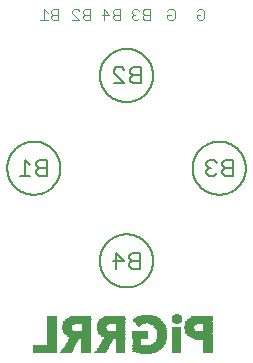
<source format=gbr>
G04 EAGLE Gerber RS-274X export*
G75*
%MOMM*%
%FSLAX34Y34*%
%LPD*%
%INSilkscreen Bottom*%
%IPPOS*%
%AMOC8*
5,1,8,0,0,1.08239X$1,22.5*%
G01*
%ADD10C,0.076200*%
%ADD11C,0.200000*%
%ADD12R,1.016000X0.050800*%
%ADD13R,2.032000X0.050800*%
%ADD14R,0.914400X0.050800*%
%ADD15R,0.762000X0.050800*%
%ADD16R,0.965200X0.050800*%
%ADD17R,1.422400X0.050800*%
%ADD18R,0.812800X0.050800*%
%ADD19R,1.727200X0.050800*%
%ADD20R,1.930400X0.050800*%
%ADD21R,2.184400X0.050800*%
%ADD22R,2.235200X0.050800*%
%ADD23R,2.387600X0.050800*%
%ADD24R,2.438400X0.050800*%
%ADD25R,2.489200X0.050800*%
%ADD26R,2.540000X0.050800*%
%ADD27R,2.590800X0.050800*%
%ADD28R,2.641600X0.050800*%
%ADD29R,0.863600X0.050800*%
%ADD30R,1.168400X0.050800*%
%ADD31R,0.711200X0.050800*%
%ADD32R,1.117600X0.050800*%
%ADD33R,1.473200X0.050800*%
%ADD34R,1.879600X0.050800*%
%ADD35R,1.828800X0.050800*%
%ADD36R,1.320800X0.050800*%
%ADD37R,1.778000X0.050800*%
%ADD38R,2.082800X0.050800*%
%ADD39R,2.133600X0.050800*%
%ADD40R,2.286000X0.050800*%
%ADD41R,2.336800X0.050800*%
%ADD42R,1.371600X0.050800*%
%ADD43R,1.066800X0.050800*%
%ADD44R,0.101600X0.050800*%
%ADD45R,0.203200X0.050800*%
%ADD46R,0.304800X0.050800*%
%ADD47R,0.406400X0.050800*%
%ADD48R,0.558800X0.050800*%
%ADD49R,0.355600X0.050800*%
%ADD50R,0.660400X0.050800*%
%ADD51R,1.981200X0.050800*%
%ADD52R,1.625600X0.050800*%
%ADD53R,1.574800X0.050800*%
%ADD54R,1.524000X0.050800*%
%ADD55C,0.152400*%


D10*
X177551Y358086D02*
X179092Y359627D01*
X182174Y359627D01*
X183715Y358086D01*
X183715Y351922D01*
X182174Y350381D01*
X179092Y350381D01*
X177551Y351922D01*
X177551Y355004D01*
X180633Y355004D01*
X112319Y350381D02*
X112319Y359627D01*
X107696Y359627D01*
X106155Y358086D01*
X106155Y356545D01*
X107696Y355004D01*
X106155Y353463D01*
X106155Y351922D01*
X107696Y350381D01*
X112319Y350381D01*
X112319Y355004D02*
X107696Y355004D01*
X103111Y350381D02*
X96947Y350381D01*
X103111Y350381D02*
X96947Y356545D01*
X96947Y358086D01*
X98488Y359627D01*
X101570Y359627D01*
X103111Y358086D01*
X137811Y359627D02*
X137811Y350381D01*
X137811Y359627D02*
X133188Y359627D01*
X131647Y358086D01*
X131647Y356545D01*
X133188Y355004D01*
X131647Y353463D01*
X131647Y351922D01*
X133188Y350381D01*
X137811Y350381D01*
X137811Y355004D02*
X133188Y355004D01*
X123980Y350381D02*
X123980Y359627D01*
X128603Y355004D01*
X122439Y355004D01*
X162811Y350381D02*
X162811Y359627D01*
X158188Y359627D01*
X156647Y358086D01*
X156647Y356545D01*
X158188Y355004D01*
X156647Y353463D01*
X156647Y351922D01*
X158188Y350381D01*
X162811Y350381D01*
X162811Y355004D02*
X158188Y355004D01*
X153603Y358086D02*
X152062Y359627D01*
X148980Y359627D01*
X147439Y358086D01*
X147439Y356545D01*
X148980Y355004D01*
X150521Y355004D01*
X148980Y355004D02*
X147439Y353463D01*
X147439Y351922D01*
X148980Y350381D01*
X152062Y350381D01*
X153603Y351922D01*
X202535Y358086D02*
X204076Y359627D01*
X207158Y359627D01*
X208699Y358086D01*
X208699Y351922D01*
X207158Y350381D01*
X204076Y350381D01*
X202535Y351922D01*
X202535Y355004D01*
X205617Y355004D01*
D11*
X42000Y225000D02*
X42007Y225552D01*
X42027Y226104D01*
X42061Y226655D01*
X42108Y227205D01*
X42169Y227754D01*
X42244Y228301D01*
X42331Y228847D01*
X42432Y229390D01*
X42547Y229930D01*
X42674Y230467D01*
X42815Y231001D01*
X42969Y231531D01*
X43136Y232058D01*
X43315Y232580D01*
X43508Y233098D01*
X43713Y233610D01*
X43930Y234118D01*
X44160Y234620D01*
X44402Y235116D01*
X44657Y235606D01*
X44923Y236090D01*
X45201Y236567D01*
X45491Y237037D01*
X45792Y237500D01*
X46104Y237956D01*
X46428Y238403D01*
X46762Y238843D01*
X47107Y239274D01*
X47463Y239696D01*
X47829Y240110D01*
X48204Y240515D01*
X48590Y240910D01*
X48985Y241296D01*
X49390Y241671D01*
X49804Y242037D01*
X50226Y242393D01*
X50657Y242738D01*
X51097Y243072D01*
X51544Y243396D01*
X52000Y243708D01*
X52463Y244009D01*
X52933Y244299D01*
X53410Y244577D01*
X53894Y244843D01*
X54384Y245098D01*
X54880Y245340D01*
X55382Y245570D01*
X55890Y245787D01*
X56402Y245992D01*
X56920Y246185D01*
X57442Y246364D01*
X57969Y246531D01*
X58499Y246685D01*
X59033Y246826D01*
X59570Y246953D01*
X60110Y247068D01*
X60653Y247169D01*
X61199Y247256D01*
X61746Y247331D01*
X62295Y247392D01*
X62845Y247439D01*
X63396Y247473D01*
X63948Y247493D01*
X64500Y247500D01*
X65052Y247493D01*
X65604Y247473D01*
X66155Y247439D01*
X66705Y247392D01*
X67254Y247331D01*
X67801Y247256D01*
X68347Y247169D01*
X68890Y247068D01*
X69430Y246953D01*
X69967Y246826D01*
X70501Y246685D01*
X71031Y246531D01*
X71558Y246364D01*
X72080Y246185D01*
X72598Y245992D01*
X73110Y245787D01*
X73618Y245570D01*
X74120Y245340D01*
X74616Y245098D01*
X75106Y244843D01*
X75590Y244577D01*
X76067Y244299D01*
X76537Y244009D01*
X77000Y243708D01*
X77456Y243396D01*
X77903Y243072D01*
X78343Y242738D01*
X78774Y242393D01*
X79196Y242037D01*
X79610Y241671D01*
X80015Y241296D01*
X80410Y240910D01*
X80796Y240515D01*
X81171Y240110D01*
X81537Y239696D01*
X81893Y239274D01*
X82238Y238843D01*
X82572Y238403D01*
X82896Y237956D01*
X83208Y237500D01*
X83509Y237037D01*
X83799Y236567D01*
X84077Y236090D01*
X84343Y235606D01*
X84598Y235116D01*
X84840Y234620D01*
X85070Y234118D01*
X85287Y233610D01*
X85492Y233098D01*
X85685Y232580D01*
X85864Y232058D01*
X86031Y231531D01*
X86185Y231001D01*
X86326Y230467D01*
X86453Y229930D01*
X86568Y229390D01*
X86669Y228847D01*
X86756Y228301D01*
X86831Y227754D01*
X86892Y227205D01*
X86939Y226655D01*
X86973Y226104D01*
X86993Y225552D01*
X87000Y225000D01*
X86993Y224448D01*
X86973Y223896D01*
X86939Y223345D01*
X86892Y222795D01*
X86831Y222246D01*
X86756Y221699D01*
X86669Y221153D01*
X86568Y220610D01*
X86453Y220070D01*
X86326Y219533D01*
X86185Y218999D01*
X86031Y218469D01*
X85864Y217942D01*
X85685Y217420D01*
X85492Y216902D01*
X85287Y216390D01*
X85070Y215882D01*
X84840Y215380D01*
X84598Y214884D01*
X84343Y214394D01*
X84077Y213910D01*
X83799Y213433D01*
X83509Y212963D01*
X83208Y212500D01*
X82896Y212044D01*
X82572Y211597D01*
X82238Y211157D01*
X81893Y210726D01*
X81537Y210304D01*
X81171Y209890D01*
X80796Y209485D01*
X80410Y209090D01*
X80015Y208704D01*
X79610Y208329D01*
X79196Y207963D01*
X78774Y207607D01*
X78343Y207262D01*
X77903Y206928D01*
X77456Y206604D01*
X77000Y206292D01*
X76537Y205991D01*
X76067Y205701D01*
X75590Y205423D01*
X75106Y205157D01*
X74616Y204902D01*
X74120Y204660D01*
X73618Y204430D01*
X73110Y204213D01*
X72598Y204008D01*
X72080Y203815D01*
X71558Y203636D01*
X71031Y203469D01*
X70501Y203315D01*
X69967Y203174D01*
X69430Y203047D01*
X68890Y202932D01*
X68347Y202831D01*
X67801Y202744D01*
X67254Y202669D01*
X66705Y202608D01*
X66155Y202561D01*
X65604Y202527D01*
X65052Y202507D01*
X64500Y202500D01*
X63948Y202507D01*
X63396Y202527D01*
X62845Y202561D01*
X62295Y202608D01*
X61746Y202669D01*
X61199Y202744D01*
X60653Y202831D01*
X60110Y202932D01*
X59570Y203047D01*
X59033Y203174D01*
X58499Y203315D01*
X57969Y203469D01*
X57442Y203636D01*
X56920Y203815D01*
X56402Y204008D01*
X55890Y204213D01*
X55382Y204430D01*
X54880Y204660D01*
X54384Y204902D01*
X53894Y205157D01*
X53410Y205423D01*
X52933Y205701D01*
X52463Y205991D01*
X52000Y206292D01*
X51544Y206604D01*
X51097Y206928D01*
X50657Y207262D01*
X50226Y207607D01*
X49804Y207963D01*
X49390Y208329D01*
X48985Y208704D01*
X48590Y209090D01*
X48204Y209485D01*
X47829Y209890D01*
X47463Y210304D01*
X47107Y210726D01*
X46762Y211157D01*
X46428Y211597D01*
X46104Y212044D01*
X45792Y212500D01*
X45491Y212963D01*
X45201Y213433D01*
X44923Y213910D01*
X44657Y214394D01*
X44402Y214884D01*
X44160Y215380D01*
X43930Y215882D01*
X43713Y216390D01*
X43508Y216902D01*
X43315Y217420D01*
X43136Y217942D01*
X42969Y218469D01*
X42815Y218999D01*
X42674Y219533D01*
X42547Y220070D01*
X42432Y220610D01*
X42331Y221153D01*
X42244Y221699D01*
X42169Y222246D01*
X42108Y222795D01*
X42061Y223345D01*
X42027Y223896D01*
X42007Y224448D01*
X42000Y225000D01*
X120500Y303500D02*
X120507Y304052D01*
X120527Y304604D01*
X120561Y305155D01*
X120608Y305705D01*
X120669Y306254D01*
X120744Y306801D01*
X120831Y307347D01*
X120932Y307890D01*
X121047Y308430D01*
X121174Y308967D01*
X121315Y309501D01*
X121469Y310031D01*
X121636Y310558D01*
X121815Y311080D01*
X122008Y311598D01*
X122213Y312110D01*
X122430Y312618D01*
X122660Y313120D01*
X122902Y313616D01*
X123157Y314106D01*
X123423Y314590D01*
X123701Y315067D01*
X123991Y315537D01*
X124292Y316000D01*
X124604Y316456D01*
X124928Y316903D01*
X125262Y317343D01*
X125607Y317774D01*
X125963Y318196D01*
X126329Y318610D01*
X126704Y319015D01*
X127090Y319410D01*
X127485Y319796D01*
X127890Y320171D01*
X128304Y320537D01*
X128726Y320893D01*
X129157Y321238D01*
X129597Y321572D01*
X130044Y321896D01*
X130500Y322208D01*
X130963Y322509D01*
X131433Y322799D01*
X131910Y323077D01*
X132394Y323343D01*
X132884Y323598D01*
X133380Y323840D01*
X133882Y324070D01*
X134390Y324287D01*
X134902Y324492D01*
X135420Y324685D01*
X135942Y324864D01*
X136469Y325031D01*
X136999Y325185D01*
X137533Y325326D01*
X138070Y325453D01*
X138610Y325568D01*
X139153Y325669D01*
X139699Y325756D01*
X140246Y325831D01*
X140795Y325892D01*
X141345Y325939D01*
X141896Y325973D01*
X142448Y325993D01*
X143000Y326000D01*
X143552Y325993D01*
X144104Y325973D01*
X144655Y325939D01*
X145205Y325892D01*
X145754Y325831D01*
X146301Y325756D01*
X146847Y325669D01*
X147390Y325568D01*
X147930Y325453D01*
X148467Y325326D01*
X149001Y325185D01*
X149531Y325031D01*
X150058Y324864D01*
X150580Y324685D01*
X151098Y324492D01*
X151610Y324287D01*
X152118Y324070D01*
X152620Y323840D01*
X153116Y323598D01*
X153606Y323343D01*
X154090Y323077D01*
X154567Y322799D01*
X155037Y322509D01*
X155500Y322208D01*
X155956Y321896D01*
X156403Y321572D01*
X156843Y321238D01*
X157274Y320893D01*
X157696Y320537D01*
X158110Y320171D01*
X158515Y319796D01*
X158910Y319410D01*
X159296Y319015D01*
X159671Y318610D01*
X160037Y318196D01*
X160393Y317774D01*
X160738Y317343D01*
X161072Y316903D01*
X161396Y316456D01*
X161708Y316000D01*
X162009Y315537D01*
X162299Y315067D01*
X162577Y314590D01*
X162843Y314106D01*
X163098Y313616D01*
X163340Y313120D01*
X163570Y312618D01*
X163787Y312110D01*
X163992Y311598D01*
X164185Y311080D01*
X164364Y310558D01*
X164531Y310031D01*
X164685Y309501D01*
X164826Y308967D01*
X164953Y308430D01*
X165068Y307890D01*
X165169Y307347D01*
X165256Y306801D01*
X165331Y306254D01*
X165392Y305705D01*
X165439Y305155D01*
X165473Y304604D01*
X165493Y304052D01*
X165500Y303500D01*
X165493Y302948D01*
X165473Y302396D01*
X165439Y301845D01*
X165392Y301295D01*
X165331Y300746D01*
X165256Y300199D01*
X165169Y299653D01*
X165068Y299110D01*
X164953Y298570D01*
X164826Y298033D01*
X164685Y297499D01*
X164531Y296969D01*
X164364Y296442D01*
X164185Y295920D01*
X163992Y295402D01*
X163787Y294890D01*
X163570Y294382D01*
X163340Y293880D01*
X163098Y293384D01*
X162843Y292894D01*
X162577Y292410D01*
X162299Y291933D01*
X162009Y291463D01*
X161708Y291000D01*
X161396Y290544D01*
X161072Y290097D01*
X160738Y289657D01*
X160393Y289226D01*
X160037Y288804D01*
X159671Y288390D01*
X159296Y287985D01*
X158910Y287590D01*
X158515Y287204D01*
X158110Y286829D01*
X157696Y286463D01*
X157274Y286107D01*
X156843Y285762D01*
X156403Y285428D01*
X155956Y285104D01*
X155500Y284792D01*
X155037Y284491D01*
X154567Y284201D01*
X154090Y283923D01*
X153606Y283657D01*
X153116Y283402D01*
X152620Y283160D01*
X152118Y282930D01*
X151610Y282713D01*
X151098Y282508D01*
X150580Y282315D01*
X150058Y282136D01*
X149531Y281969D01*
X149001Y281815D01*
X148467Y281674D01*
X147930Y281547D01*
X147390Y281432D01*
X146847Y281331D01*
X146301Y281244D01*
X145754Y281169D01*
X145205Y281108D01*
X144655Y281061D01*
X144104Y281027D01*
X143552Y281007D01*
X143000Y281000D01*
X142448Y281007D01*
X141896Y281027D01*
X141345Y281061D01*
X140795Y281108D01*
X140246Y281169D01*
X139699Y281244D01*
X139153Y281331D01*
X138610Y281432D01*
X138070Y281547D01*
X137533Y281674D01*
X136999Y281815D01*
X136469Y281969D01*
X135942Y282136D01*
X135420Y282315D01*
X134902Y282508D01*
X134390Y282713D01*
X133882Y282930D01*
X133380Y283160D01*
X132884Y283402D01*
X132394Y283657D01*
X131910Y283923D01*
X131433Y284201D01*
X130963Y284491D01*
X130500Y284792D01*
X130044Y285104D01*
X129597Y285428D01*
X129157Y285762D01*
X128726Y286107D01*
X128304Y286463D01*
X127890Y286829D01*
X127485Y287204D01*
X127090Y287590D01*
X126704Y287985D01*
X126329Y288390D01*
X125963Y288804D01*
X125607Y289226D01*
X125262Y289657D01*
X124928Y290097D01*
X124604Y290544D01*
X124292Y291000D01*
X123991Y291463D01*
X123701Y291933D01*
X123423Y292410D01*
X123157Y292894D01*
X122902Y293384D01*
X122660Y293880D01*
X122430Y294382D01*
X122213Y294890D01*
X122008Y295402D01*
X121815Y295920D01*
X121636Y296442D01*
X121469Y296969D01*
X121315Y297499D01*
X121174Y298033D01*
X121047Y298570D01*
X120932Y299110D01*
X120831Y299653D01*
X120744Y300199D01*
X120669Y300746D01*
X120608Y301295D01*
X120561Y301845D01*
X120527Y302396D01*
X120507Y302948D01*
X120500Y303500D01*
X199000Y225000D02*
X199007Y225552D01*
X199027Y226104D01*
X199061Y226655D01*
X199108Y227205D01*
X199169Y227754D01*
X199244Y228301D01*
X199331Y228847D01*
X199432Y229390D01*
X199547Y229930D01*
X199674Y230467D01*
X199815Y231001D01*
X199969Y231531D01*
X200136Y232058D01*
X200315Y232580D01*
X200508Y233098D01*
X200713Y233610D01*
X200930Y234118D01*
X201160Y234620D01*
X201402Y235116D01*
X201657Y235606D01*
X201923Y236090D01*
X202201Y236567D01*
X202491Y237037D01*
X202792Y237500D01*
X203104Y237956D01*
X203428Y238403D01*
X203762Y238843D01*
X204107Y239274D01*
X204463Y239696D01*
X204829Y240110D01*
X205204Y240515D01*
X205590Y240910D01*
X205985Y241296D01*
X206390Y241671D01*
X206804Y242037D01*
X207226Y242393D01*
X207657Y242738D01*
X208097Y243072D01*
X208544Y243396D01*
X209000Y243708D01*
X209463Y244009D01*
X209933Y244299D01*
X210410Y244577D01*
X210894Y244843D01*
X211384Y245098D01*
X211880Y245340D01*
X212382Y245570D01*
X212890Y245787D01*
X213402Y245992D01*
X213920Y246185D01*
X214442Y246364D01*
X214969Y246531D01*
X215499Y246685D01*
X216033Y246826D01*
X216570Y246953D01*
X217110Y247068D01*
X217653Y247169D01*
X218199Y247256D01*
X218746Y247331D01*
X219295Y247392D01*
X219845Y247439D01*
X220396Y247473D01*
X220948Y247493D01*
X221500Y247500D01*
X222052Y247493D01*
X222604Y247473D01*
X223155Y247439D01*
X223705Y247392D01*
X224254Y247331D01*
X224801Y247256D01*
X225347Y247169D01*
X225890Y247068D01*
X226430Y246953D01*
X226967Y246826D01*
X227501Y246685D01*
X228031Y246531D01*
X228558Y246364D01*
X229080Y246185D01*
X229598Y245992D01*
X230110Y245787D01*
X230618Y245570D01*
X231120Y245340D01*
X231616Y245098D01*
X232106Y244843D01*
X232590Y244577D01*
X233067Y244299D01*
X233537Y244009D01*
X234000Y243708D01*
X234456Y243396D01*
X234903Y243072D01*
X235343Y242738D01*
X235774Y242393D01*
X236196Y242037D01*
X236610Y241671D01*
X237015Y241296D01*
X237410Y240910D01*
X237796Y240515D01*
X238171Y240110D01*
X238537Y239696D01*
X238893Y239274D01*
X239238Y238843D01*
X239572Y238403D01*
X239896Y237956D01*
X240208Y237500D01*
X240509Y237037D01*
X240799Y236567D01*
X241077Y236090D01*
X241343Y235606D01*
X241598Y235116D01*
X241840Y234620D01*
X242070Y234118D01*
X242287Y233610D01*
X242492Y233098D01*
X242685Y232580D01*
X242864Y232058D01*
X243031Y231531D01*
X243185Y231001D01*
X243326Y230467D01*
X243453Y229930D01*
X243568Y229390D01*
X243669Y228847D01*
X243756Y228301D01*
X243831Y227754D01*
X243892Y227205D01*
X243939Y226655D01*
X243973Y226104D01*
X243993Y225552D01*
X244000Y225000D01*
X243993Y224448D01*
X243973Y223896D01*
X243939Y223345D01*
X243892Y222795D01*
X243831Y222246D01*
X243756Y221699D01*
X243669Y221153D01*
X243568Y220610D01*
X243453Y220070D01*
X243326Y219533D01*
X243185Y218999D01*
X243031Y218469D01*
X242864Y217942D01*
X242685Y217420D01*
X242492Y216902D01*
X242287Y216390D01*
X242070Y215882D01*
X241840Y215380D01*
X241598Y214884D01*
X241343Y214394D01*
X241077Y213910D01*
X240799Y213433D01*
X240509Y212963D01*
X240208Y212500D01*
X239896Y212044D01*
X239572Y211597D01*
X239238Y211157D01*
X238893Y210726D01*
X238537Y210304D01*
X238171Y209890D01*
X237796Y209485D01*
X237410Y209090D01*
X237015Y208704D01*
X236610Y208329D01*
X236196Y207963D01*
X235774Y207607D01*
X235343Y207262D01*
X234903Y206928D01*
X234456Y206604D01*
X234000Y206292D01*
X233537Y205991D01*
X233067Y205701D01*
X232590Y205423D01*
X232106Y205157D01*
X231616Y204902D01*
X231120Y204660D01*
X230618Y204430D01*
X230110Y204213D01*
X229598Y204008D01*
X229080Y203815D01*
X228558Y203636D01*
X228031Y203469D01*
X227501Y203315D01*
X226967Y203174D01*
X226430Y203047D01*
X225890Y202932D01*
X225347Y202831D01*
X224801Y202744D01*
X224254Y202669D01*
X223705Y202608D01*
X223155Y202561D01*
X222604Y202527D01*
X222052Y202507D01*
X221500Y202500D01*
X220948Y202507D01*
X220396Y202527D01*
X219845Y202561D01*
X219295Y202608D01*
X218746Y202669D01*
X218199Y202744D01*
X217653Y202831D01*
X217110Y202932D01*
X216570Y203047D01*
X216033Y203174D01*
X215499Y203315D01*
X214969Y203469D01*
X214442Y203636D01*
X213920Y203815D01*
X213402Y204008D01*
X212890Y204213D01*
X212382Y204430D01*
X211880Y204660D01*
X211384Y204902D01*
X210894Y205157D01*
X210410Y205423D01*
X209933Y205701D01*
X209463Y205991D01*
X209000Y206292D01*
X208544Y206604D01*
X208097Y206928D01*
X207657Y207262D01*
X207226Y207607D01*
X206804Y207963D01*
X206390Y208329D01*
X205985Y208704D01*
X205590Y209090D01*
X205204Y209485D01*
X204829Y209890D01*
X204463Y210304D01*
X204107Y210726D01*
X203762Y211157D01*
X203428Y211597D01*
X203104Y212044D01*
X202792Y212500D01*
X202491Y212963D01*
X202201Y213433D01*
X201923Y213910D01*
X201657Y214394D01*
X201402Y214884D01*
X201160Y215380D01*
X200930Y215882D01*
X200713Y216390D01*
X200508Y216902D01*
X200315Y217420D01*
X200136Y217942D01*
X199969Y218469D01*
X199815Y218999D01*
X199674Y219533D01*
X199547Y220070D01*
X199432Y220610D01*
X199331Y221153D01*
X199244Y221699D01*
X199169Y222246D01*
X199108Y222795D01*
X199061Y223345D01*
X199027Y223896D01*
X199007Y224448D01*
X199000Y225000D01*
X120500Y146500D02*
X120507Y147052D01*
X120527Y147604D01*
X120561Y148155D01*
X120608Y148705D01*
X120669Y149254D01*
X120744Y149801D01*
X120831Y150347D01*
X120932Y150890D01*
X121047Y151430D01*
X121174Y151967D01*
X121315Y152501D01*
X121469Y153031D01*
X121636Y153558D01*
X121815Y154080D01*
X122008Y154598D01*
X122213Y155110D01*
X122430Y155618D01*
X122660Y156120D01*
X122902Y156616D01*
X123157Y157106D01*
X123423Y157590D01*
X123701Y158067D01*
X123991Y158537D01*
X124292Y159000D01*
X124604Y159456D01*
X124928Y159903D01*
X125262Y160343D01*
X125607Y160774D01*
X125963Y161196D01*
X126329Y161610D01*
X126704Y162015D01*
X127090Y162410D01*
X127485Y162796D01*
X127890Y163171D01*
X128304Y163537D01*
X128726Y163893D01*
X129157Y164238D01*
X129597Y164572D01*
X130044Y164896D01*
X130500Y165208D01*
X130963Y165509D01*
X131433Y165799D01*
X131910Y166077D01*
X132394Y166343D01*
X132884Y166598D01*
X133380Y166840D01*
X133882Y167070D01*
X134390Y167287D01*
X134902Y167492D01*
X135420Y167685D01*
X135942Y167864D01*
X136469Y168031D01*
X136999Y168185D01*
X137533Y168326D01*
X138070Y168453D01*
X138610Y168568D01*
X139153Y168669D01*
X139699Y168756D01*
X140246Y168831D01*
X140795Y168892D01*
X141345Y168939D01*
X141896Y168973D01*
X142448Y168993D01*
X143000Y169000D01*
X143552Y168993D01*
X144104Y168973D01*
X144655Y168939D01*
X145205Y168892D01*
X145754Y168831D01*
X146301Y168756D01*
X146847Y168669D01*
X147390Y168568D01*
X147930Y168453D01*
X148467Y168326D01*
X149001Y168185D01*
X149531Y168031D01*
X150058Y167864D01*
X150580Y167685D01*
X151098Y167492D01*
X151610Y167287D01*
X152118Y167070D01*
X152620Y166840D01*
X153116Y166598D01*
X153606Y166343D01*
X154090Y166077D01*
X154567Y165799D01*
X155037Y165509D01*
X155500Y165208D01*
X155956Y164896D01*
X156403Y164572D01*
X156843Y164238D01*
X157274Y163893D01*
X157696Y163537D01*
X158110Y163171D01*
X158515Y162796D01*
X158910Y162410D01*
X159296Y162015D01*
X159671Y161610D01*
X160037Y161196D01*
X160393Y160774D01*
X160738Y160343D01*
X161072Y159903D01*
X161396Y159456D01*
X161708Y159000D01*
X162009Y158537D01*
X162299Y158067D01*
X162577Y157590D01*
X162843Y157106D01*
X163098Y156616D01*
X163340Y156120D01*
X163570Y155618D01*
X163787Y155110D01*
X163992Y154598D01*
X164185Y154080D01*
X164364Y153558D01*
X164531Y153031D01*
X164685Y152501D01*
X164826Y151967D01*
X164953Y151430D01*
X165068Y150890D01*
X165169Y150347D01*
X165256Y149801D01*
X165331Y149254D01*
X165392Y148705D01*
X165439Y148155D01*
X165473Y147604D01*
X165493Y147052D01*
X165500Y146500D01*
X165493Y145948D01*
X165473Y145396D01*
X165439Y144845D01*
X165392Y144295D01*
X165331Y143746D01*
X165256Y143199D01*
X165169Y142653D01*
X165068Y142110D01*
X164953Y141570D01*
X164826Y141033D01*
X164685Y140499D01*
X164531Y139969D01*
X164364Y139442D01*
X164185Y138920D01*
X163992Y138402D01*
X163787Y137890D01*
X163570Y137382D01*
X163340Y136880D01*
X163098Y136384D01*
X162843Y135894D01*
X162577Y135410D01*
X162299Y134933D01*
X162009Y134463D01*
X161708Y134000D01*
X161396Y133544D01*
X161072Y133097D01*
X160738Y132657D01*
X160393Y132226D01*
X160037Y131804D01*
X159671Y131390D01*
X159296Y130985D01*
X158910Y130590D01*
X158515Y130204D01*
X158110Y129829D01*
X157696Y129463D01*
X157274Y129107D01*
X156843Y128762D01*
X156403Y128428D01*
X155956Y128104D01*
X155500Y127792D01*
X155037Y127491D01*
X154567Y127201D01*
X154090Y126923D01*
X153606Y126657D01*
X153116Y126402D01*
X152620Y126160D01*
X152118Y125930D01*
X151610Y125713D01*
X151098Y125508D01*
X150580Y125315D01*
X150058Y125136D01*
X149531Y124969D01*
X149001Y124815D01*
X148467Y124674D01*
X147930Y124547D01*
X147390Y124432D01*
X146847Y124331D01*
X146301Y124244D01*
X145754Y124169D01*
X145205Y124108D01*
X144655Y124061D01*
X144104Y124027D01*
X143552Y124007D01*
X143000Y124000D01*
X142448Y124007D01*
X141896Y124027D01*
X141345Y124061D01*
X140795Y124108D01*
X140246Y124169D01*
X139699Y124244D01*
X139153Y124331D01*
X138610Y124432D01*
X138070Y124547D01*
X137533Y124674D01*
X136999Y124815D01*
X136469Y124969D01*
X135942Y125136D01*
X135420Y125315D01*
X134902Y125508D01*
X134390Y125713D01*
X133882Y125930D01*
X133380Y126160D01*
X132884Y126402D01*
X132394Y126657D01*
X131910Y126923D01*
X131433Y127201D01*
X130963Y127491D01*
X130500Y127792D01*
X130044Y128104D01*
X129597Y128428D01*
X129157Y128762D01*
X128726Y129107D01*
X128304Y129463D01*
X127890Y129829D01*
X127485Y130204D01*
X127090Y130590D01*
X126704Y130985D01*
X126329Y131390D01*
X125963Y131804D01*
X125607Y132226D01*
X125262Y132657D01*
X124928Y133097D01*
X124604Y133544D01*
X124292Y134000D01*
X123991Y134463D01*
X123701Y134933D01*
X123423Y135410D01*
X123157Y135894D01*
X122902Y136384D01*
X122660Y136880D01*
X122430Y137382D01*
X122213Y137890D01*
X122008Y138402D01*
X121815Y138920D01*
X121636Y139442D01*
X121469Y139969D01*
X121315Y140499D01*
X121174Y141033D01*
X121047Y141570D01*
X120932Y142110D01*
X120831Y142653D01*
X120744Y143199D01*
X120669Y143746D01*
X120608Y144295D01*
X120561Y144845D01*
X120527Y145396D01*
X120507Y145948D01*
X120500Y146500D01*
D10*
X85395Y350381D02*
X85395Y359627D01*
X80772Y359627D01*
X79231Y358086D01*
X79231Y356545D01*
X80772Y355004D01*
X79231Y353463D01*
X79231Y351922D01*
X80772Y350381D01*
X85395Y350381D01*
X85395Y355004D02*
X80772Y355004D01*
X76187Y356545D02*
X73105Y359627D01*
X73105Y350381D01*
X76187Y350381D02*
X70023Y350381D01*
D12*
X159766Y67564D03*
D13*
X73914Y68072D03*
D14*
X91694Y68072D03*
D15*
X109220Y68072D03*
D16*
X120904Y68072D03*
D15*
X138176Y68072D03*
D17*
X159258Y68072D03*
D15*
X185420Y68072D03*
D18*
X212090Y68072D03*
D13*
X73914Y68580D03*
D16*
X91948Y68580D03*
D18*
X108966Y68580D03*
D14*
X121158Y68580D03*
D15*
X138176Y68580D03*
D19*
X159258Y68580D03*
D15*
X185420Y68580D03*
D18*
X212090Y68580D03*
D13*
X73914Y69088D03*
D14*
X92202Y69088D03*
D18*
X108966Y69088D03*
D16*
X121412Y69088D03*
D15*
X138176Y69088D03*
D20*
X159258Y69088D03*
D15*
X185420Y69088D03*
D18*
X212090Y69088D03*
D13*
X73914Y69596D03*
D16*
X92456Y69596D03*
D18*
X108966Y69596D03*
D14*
X121666Y69596D03*
D15*
X138176Y69596D03*
D21*
X159004Y69596D03*
D15*
X185420Y69596D03*
D18*
X212090Y69596D03*
D13*
X73914Y70104D03*
D16*
X92964Y70104D03*
D18*
X108966Y70104D03*
D14*
X122174Y70104D03*
D15*
X138176Y70104D03*
D22*
X159258Y70104D03*
D15*
X185420Y70104D03*
D18*
X212090Y70104D03*
D13*
X73914Y70612D03*
D14*
X93218Y70612D03*
D18*
X108966Y70612D03*
D14*
X122174Y70612D03*
D15*
X138176Y70612D03*
D23*
X159512Y70612D03*
D15*
X185420Y70612D03*
D18*
X212090Y70612D03*
D13*
X73914Y71120D03*
D16*
X93472Y71120D03*
D18*
X108966Y71120D03*
D14*
X122682Y71120D03*
D15*
X138176Y71120D03*
D23*
X160020Y71120D03*
D15*
X185420Y71120D03*
D18*
X212090Y71120D03*
D13*
X73914Y71628D03*
D14*
X93726Y71628D03*
D18*
X108966Y71628D03*
D16*
X122936Y71628D03*
D15*
X138176Y71628D03*
D24*
X160274Y71628D03*
D15*
X185420Y71628D03*
D18*
X212090Y71628D03*
D13*
X73914Y72136D03*
D14*
X94234Y72136D03*
D18*
X108966Y72136D03*
D14*
X123190Y72136D03*
D15*
X138176Y72136D03*
D25*
X160528Y72136D03*
D15*
X185420Y72136D03*
D18*
X212090Y72136D03*
D13*
X73914Y72644D03*
D14*
X94234Y72644D03*
D18*
X108966Y72644D03*
D14*
X123698Y72644D03*
D15*
X138176Y72644D03*
D26*
X160782Y72644D03*
D15*
X185420Y72644D03*
D18*
X212090Y72644D03*
D13*
X73914Y73152D03*
D14*
X94742Y73152D03*
D18*
X108966Y73152D03*
D14*
X123698Y73152D03*
D15*
X138176Y73152D03*
D27*
X161036Y73152D03*
D15*
X185420Y73152D03*
D18*
X212090Y73152D03*
D13*
X73914Y73660D03*
D14*
X94742Y73660D03*
D18*
X108966Y73660D03*
D14*
X124206Y73660D03*
D15*
X138176Y73660D03*
D28*
X161290Y73660D03*
D15*
X185420Y73660D03*
D18*
X212090Y73660D03*
D13*
X73914Y74168D03*
D14*
X95250Y74168D03*
D18*
X108966Y74168D03*
D14*
X124206Y74168D03*
D15*
X138176Y74168D03*
D28*
X161290Y74168D03*
D15*
X185420Y74168D03*
D18*
X212090Y74168D03*
D13*
X73914Y74676D03*
D29*
X95504Y74676D03*
D18*
X108966Y74676D03*
D14*
X124714Y74676D03*
D15*
X138176Y74676D03*
D18*
X152146Y74676D03*
D30*
X169164Y74676D03*
D15*
X185420Y74676D03*
D18*
X212090Y74676D03*
X80010Y75184D03*
D14*
X95758Y75184D03*
D18*
X108966Y75184D03*
D29*
X124968Y75184D03*
D15*
X138176Y75184D03*
D31*
X151638Y75184D03*
D32*
X169926Y75184D03*
D15*
X185420Y75184D03*
D18*
X212090Y75184D03*
X80010Y75692D03*
D14*
X96266Y75692D03*
D18*
X108966Y75692D03*
D14*
X125222Y75692D03*
D15*
X138176Y75692D03*
D31*
X151638Y75692D03*
D12*
X170434Y75692D03*
D15*
X185420Y75692D03*
D18*
X212090Y75692D03*
X80010Y76200D03*
D14*
X96266Y76200D03*
D18*
X108966Y76200D03*
D29*
X125476Y76200D03*
D15*
X138176Y76200D03*
D31*
X151638Y76200D03*
D12*
X170942Y76200D03*
D15*
X185420Y76200D03*
D18*
X212090Y76200D03*
X80010Y76708D03*
D14*
X96774Y76708D03*
D18*
X108966Y76708D03*
D14*
X125730Y76708D03*
D15*
X138176Y76708D03*
D31*
X151638Y76708D03*
D16*
X171196Y76708D03*
D15*
X185420Y76708D03*
D18*
X212090Y76708D03*
X80010Y77216D03*
D29*
X97028Y77216D03*
D18*
X108966Y77216D03*
D14*
X126238Y77216D03*
D15*
X138176Y77216D03*
D31*
X151638Y77216D03*
D16*
X171704Y77216D03*
D15*
X185420Y77216D03*
D18*
X212090Y77216D03*
X80010Y77724D03*
D14*
X97282Y77724D03*
D18*
X108966Y77724D03*
D29*
X126492Y77724D03*
D15*
X138176Y77724D03*
D31*
X151638Y77724D03*
D14*
X171958Y77724D03*
D15*
X185420Y77724D03*
D18*
X212090Y77724D03*
X80010Y78232D03*
D29*
X97536Y78232D03*
D18*
X108966Y78232D03*
D14*
X126746Y78232D03*
D15*
X138176Y78232D03*
D31*
X151638Y78232D03*
D14*
X171958Y78232D03*
D15*
X185420Y78232D03*
D18*
X212090Y78232D03*
X80010Y78740D03*
D29*
X98044Y78740D03*
D18*
X108966Y78740D03*
D29*
X127000Y78740D03*
D15*
X138176Y78740D03*
D31*
X151638Y78740D03*
D14*
X172466Y78740D03*
D15*
X185420Y78740D03*
D18*
X212090Y78740D03*
X80010Y79248D03*
D29*
X98044Y79248D03*
D18*
X108966Y79248D03*
D29*
X127508Y79248D03*
D15*
X138176Y79248D03*
D31*
X151638Y79248D03*
D14*
X172466Y79248D03*
D15*
X185420Y79248D03*
D18*
X212090Y79248D03*
X80010Y79756D03*
D29*
X98552Y79756D03*
D18*
X108966Y79756D03*
D29*
X127508Y79756D03*
D15*
X138176Y79756D03*
D31*
X151638Y79756D03*
D29*
X172720Y79756D03*
D15*
X185420Y79756D03*
D33*
X208788Y79756D03*
D18*
X80010Y80264D03*
D34*
X103632Y80264D03*
D35*
X132842Y80264D03*
D36*
X154686Y80264D03*
D29*
X172720Y80264D03*
D15*
X185420Y80264D03*
D19*
X207518Y80264D03*
D18*
X80010Y80772D03*
D35*
X103886Y80772D03*
D37*
X133096Y80772D03*
D36*
X154686Y80772D03*
D14*
X172974Y80772D03*
D15*
X185420Y80772D03*
D35*
X207010Y80772D03*
D18*
X80010Y81280D03*
D35*
X103886Y81280D03*
D37*
X133096Y81280D03*
D36*
X154686Y81280D03*
D29*
X173228Y81280D03*
D15*
X185420Y81280D03*
D20*
X206502Y81280D03*
D18*
X80010Y81788D03*
D20*
X103378Y81788D03*
X132334Y81788D03*
D36*
X154686Y81788D03*
D29*
X173228Y81788D03*
D15*
X185420Y81788D03*
D13*
X205994Y81788D03*
D18*
X80010Y82296D03*
D13*
X102870Y82296D03*
X131826Y82296D03*
D36*
X154686Y82296D03*
D29*
X173228Y82296D03*
D15*
X185420Y82296D03*
D38*
X205740Y82296D03*
D18*
X80010Y82804D03*
D38*
X102616Y82804D03*
X131572Y82804D03*
D36*
X154686Y82804D03*
D29*
X173228Y82804D03*
D15*
X185420Y82804D03*
D21*
X205232Y82804D03*
D18*
X80010Y83312D03*
D21*
X102108Y83312D03*
D39*
X131318Y83312D03*
D36*
X154686Y83312D03*
D29*
X173228Y83312D03*
D15*
X185420Y83312D03*
D21*
X205232Y83312D03*
D18*
X80010Y83820D03*
D22*
X101854Y83820D03*
D21*
X131064Y83820D03*
D36*
X154686Y83820D03*
D29*
X173228Y83820D03*
D15*
X185420Y83820D03*
D22*
X204978Y83820D03*
D18*
X80010Y84328D03*
D22*
X101854Y84328D03*
X130810Y84328D03*
D36*
X154686Y84328D03*
D29*
X173228Y84328D03*
D15*
X185420Y84328D03*
D40*
X204724Y84328D03*
D18*
X80010Y84836D03*
D40*
X101600Y84836D03*
X130556Y84836D03*
D36*
X154686Y84836D03*
D29*
X173228Y84836D03*
D15*
X185420Y84836D03*
D40*
X204724Y84836D03*
D18*
X80010Y85344D03*
D41*
X101346Y85344D03*
D40*
X130556Y85344D03*
D36*
X154686Y85344D03*
D29*
X173228Y85344D03*
D15*
X185420Y85344D03*
D41*
X204470Y85344D03*
D18*
X80010Y85852D03*
D41*
X101346Y85852D03*
X130302Y85852D03*
D42*
X154432Y85852D03*
D29*
X173228Y85852D03*
D15*
X185420Y85852D03*
D41*
X204470Y85852D03*
D18*
X80010Y86360D03*
D43*
X94488Y86360D03*
D15*
X109220Y86360D03*
D12*
X123698Y86360D03*
D15*
X138176Y86360D03*
D36*
X154686Y86360D03*
D14*
X172974Y86360D03*
D15*
X185420Y86360D03*
D12*
X197358Y86360D03*
D18*
X212090Y86360D03*
X80010Y86868D03*
D14*
X93726Y86868D03*
D15*
X109220Y86868D03*
D14*
X122682Y86868D03*
D15*
X138176Y86868D03*
D14*
X172974Y86868D03*
D15*
X185420Y86868D03*
D14*
X196850Y86868D03*
D18*
X212090Y86868D03*
X80010Y87376D03*
D29*
X93472Y87376D03*
D15*
X109220Y87376D03*
D29*
X122428Y87376D03*
D15*
X138176Y87376D03*
D29*
X172720Y87376D03*
D15*
X185420Y87376D03*
D29*
X196596Y87376D03*
D18*
X212090Y87376D03*
X80010Y87884D03*
D29*
X92964Y87884D03*
D15*
X109220Y87884D03*
D18*
X122174Y87884D03*
D15*
X138176Y87884D03*
D14*
X172466Y87884D03*
D15*
X185420Y87884D03*
D18*
X196342Y87884D03*
X212090Y87884D03*
X80010Y88392D03*
X92710Y88392D03*
D15*
X109220Y88392D03*
D18*
X122174Y88392D03*
D15*
X138176Y88392D03*
D14*
X172466Y88392D03*
D15*
X185420Y88392D03*
D29*
X196088Y88392D03*
D18*
X212090Y88392D03*
X80010Y88900D03*
X92710Y88900D03*
D15*
X109220Y88900D03*
X121920Y88900D03*
X138176Y88900D03*
D16*
X172212Y88900D03*
D15*
X185420Y88900D03*
D29*
X196088Y88900D03*
D18*
X212090Y88900D03*
X80010Y89408D03*
X92710Y89408D03*
D15*
X109220Y89408D03*
X121920Y89408D03*
X138176Y89408D03*
D14*
X171958Y89408D03*
D15*
X185420Y89408D03*
D18*
X195834Y89408D03*
X212090Y89408D03*
X80010Y89916D03*
X92710Y89916D03*
D15*
X109220Y89916D03*
X121920Y89916D03*
X138176Y89916D03*
D16*
X171704Y89916D03*
D15*
X185420Y89916D03*
D18*
X195834Y89916D03*
X212090Y89916D03*
X80010Y90424D03*
X92710Y90424D03*
D15*
X109220Y90424D03*
D18*
X122174Y90424D03*
D15*
X138176Y90424D03*
D44*
X153162Y90424D03*
D16*
X171196Y90424D03*
D29*
X196088Y90424D03*
D18*
X212090Y90424D03*
X80010Y90932D03*
X92710Y90932D03*
D15*
X109220Y90932D03*
D18*
X122174Y90932D03*
D15*
X138176Y90932D03*
D45*
X153162Y90932D03*
D12*
X170942Y90932D03*
D18*
X196342Y90932D03*
X212090Y90932D03*
X80010Y91440D03*
D29*
X92964Y91440D03*
D15*
X109220Y91440D03*
D29*
X122428Y91440D03*
D15*
X138176Y91440D03*
D46*
X153162Y91440D03*
D43*
X170688Y91440D03*
D29*
X196596Y91440D03*
D18*
X212090Y91440D03*
X80010Y91948D03*
D29*
X93472Y91948D03*
D15*
X109220Y91948D03*
D14*
X122682Y91948D03*
D15*
X138176Y91948D03*
D47*
X153670Y91948D03*
D32*
X169926Y91948D03*
D14*
X196850Y91948D03*
D18*
X212090Y91948D03*
X80010Y92456D03*
D12*
X94234Y92456D03*
D15*
X109220Y92456D03*
D12*
X123190Y92456D03*
D15*
X138176Y92456D03*
D48*
X153924Y92456D03*
D30*
X169164Y92456D03*
D12*
X197358Y92456D03*
D18*
X212090Y92456D03*
X80010Y92964D03*
D23*
X101092Y92964D03*
X130048Y92964D03*
D29*
X154940Y92964D03*
D17*
X167894Y92964D03*
D49*
X185420Y92964D03*
D23*
X204216Y92964D03*
D18*
X80010Y93472D03*
D23*
X101092Y93472D03*
D41*
X130302Y93472D03*
D24*
X162306Y93472D03*
D48*
X185420Y93472D03*
D41*
X204470Y93472D03*
D18*
X80010Y93980D03*
D41*
X101346Y93980D03*
X130302Y93980D03*
D24*
X161798Y93980D03*
D50*
X185420Y93980D03*
D41*
X204470Y93980D03*
D18*
X80010Y94488D03*
D41*
X101346Y94488D03*
D40*
X130556Y94488D03*
D24*
X161290Y94488D03*
D15*
X185420Y94488D03*
D40*
X204724Y94488D03*
D18*
X80010Y94996D03*
D40*
X101600Y94996D03*
X130556Y94996D03*
D25*
X161036Y94996D03*
D18*
X185674Y94996D03*
D40*
X204724Y94996D03*
D18*
X80010Y95504D03*
D22*
X101854Y95504D03*
X130810Y95504D03*
D24*
X160274Y95504D03*
D29*
X185420Y95504D03*
D22*
X204978Y95504D03*
D18*
X80010Y96012D03*
D21*
X102108Y96012D03*
X131064Y96012D03*
D23*
X160020Y96012D03*
D29*
X185420Y96012D03*
D21*
X205232Y96012D03*
D18*
X80010Y96520D03*
D39*
X102362Y96520D03*
X131318Y96520D03*
D40*
X160020Y96520D03*
D29*
X185420Y96520D03*
D39*
X205486Y96520D03*
D18*
X80010Y97028D03*
D38*
X102616Y97028D03*
X131572Y97028D03*
D39*
X160274Y97028D03*
D29*
X185420Y97028D03*
D38*
X205740Y97028D03*
D18*
X80010Y97536D03*
D51*
X103124Y97536D03*
X132080Y97536D03*
X160020Y97536D03*
D29*
X185420Y97536D03*
D51*
X206248Y97536D03*
D18*
X80010Y98044D03*
D20*
X103378Y98044D03*
D34*
X132588Y98044D03*
D35*
X160274Y98044D03*
D29*
X185420Y98044D03*
D34*
X206756Y98044D03*
D18*
X80010Y98552D03*
D37*
X104140Y98552D03*
X133096Y98552D03*
D52*
X160274Y98552D03*
D18*
X185674Y98552D03*
D37*
X207264Y98552D03*
D18*
X80010Y99060D03*
D53*
X105156Y99060D03*
D54*
X134366Y99060D03*
D36*
X160274Y99060D03*
D15*
X185420Y99060D03*
D54*
X208534Y99060D03*
D12*
X160274Y99568D03*
D50*
X185420Y99568D03*
D47*
X160274Y100076D03*
D48*
X185420Y100076D03*
D47*
X185674Y100584D03*
D55*
X75518Y218262D02*
X75518Y231750D01*
X68774Y231750D01*
X66526Y229502D01*
X66526Y227254D01*
X68774Y225006D01*
X66526Y222758D01*
X66526Y220510D01*
X68774Y218262D01*
X75518Y218262D01*
X75518Y225006D02*
X68774Y225006D01*
X61706Y227254D02*
X57210Y231750D01*
X57210Y218262D01*
X61706Y218262D02*
X52714Y218262D01*
X155034Y296762D02*
X155034Y310250D01*
X148290Y310250D01*
X146042Y308002D01*
X146042Y305754D01*
X148290Y303506D01*
X146042Y301258D01*
X146042Y299010D01*
X148290Y296762D01*
X155034Y296762D01*
X155034Y303506D02*
X148290Y303506D01*
X141222Y296762D02*
X132230Y296762D01*
X141222Y296762D02*
X132230Y305754D01*
X132230Y308002D01*
X134478Y310250D01*
X138974Y310250D01*
X141222Y308002D01*
X233026Y231750D02*
X233026Y218262D01*
X233026Y231750D02*
X226282Y231750D01*
X224034Y229502D01*
X224034Y227254D01*
X226282Y225006D01*
X224034Y222758D01*
X224034Y220510D01*
X226282Y218262D01*
X233026Y218262D01*
X233026Y225006D02*
X226282Y225006D01*
X219214Y229502D02*
X216966Y231750D01*
X212470Y231750D01*
X210222Y229502D01*
X210222Y227254D01*
X212470Y225006D01*
X214718Y225006D01*
X212470Y225006D02*
X210222Y222758D01*
X210222Y220510D01*
X212470Y218262D01*
X216966Y218262D01*
X219214Y220510D01*
X154526Y153250D02*
X154526Y139762D01*
X154526Y153250D02*
X147782Y153250D01*
X145534Y151002D01*
X145534Y148754D01*
X147782Y146506D01*
X145534Y144258D01*
X145534Y142010D01*
X147782Y139762D01*
X154526Y139762D01*
X154526Y146506D02*
X147782Y146506D01*
X133970Y139762D02*
X133970Y153250D01*
X140714Y146506D01*
X131722Y146506D01*
M02*

</source>
